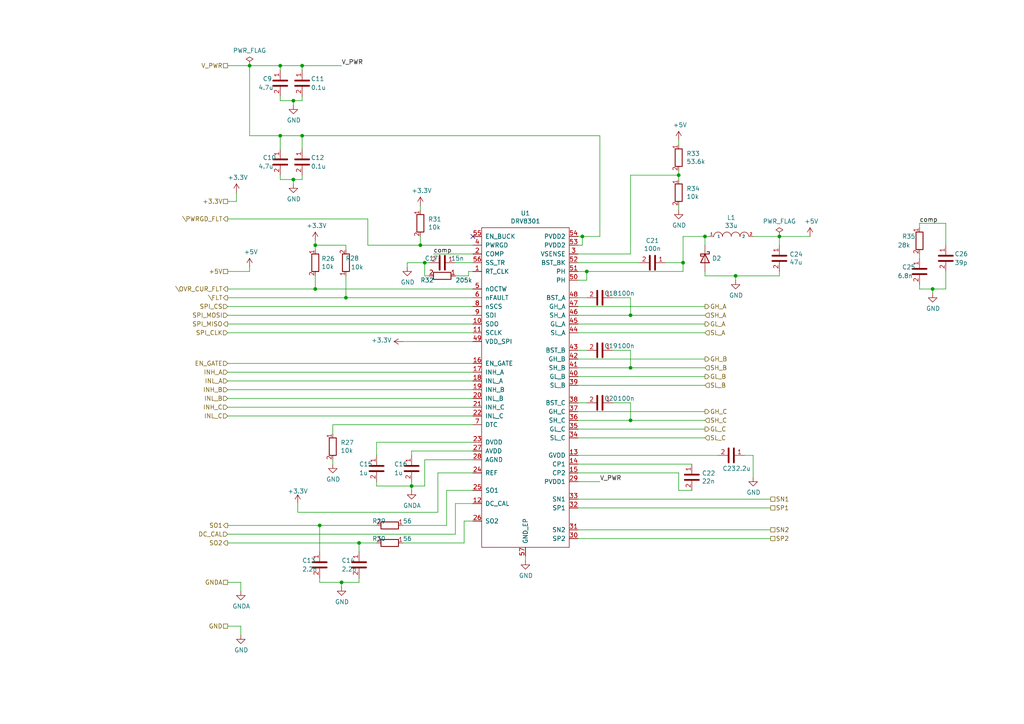
<source format=kicad_sch>
(kicad_sch (version 20211123) (generator eeschema)
  (paper "A4")
  (title_block (title "ESC Brushless - MOS drive stage") (date "2021-02-13") (rev "1.0"))
  (lib_symbols
    (symbol "p_Diode:MBRS260T3G" (pin_numbers hide) (pin_names (offset 0) hide)
      (property "Reference" "D" (at 0 0 0))
      (property "Value" "MBRS260T3G" (at 0 0 0))
      (symbol "MBRS260T3G_1_1"
        (polyline (pts (xy 1.27 0) (xy -1.27 0)))
        (polyline (pts (xy 1.27 1.27) (xy 1.27 -1.27) (xy -1.27 0) (xy 1.27 1.27)) (stroke (width 0.254)))
        (polyline (pts (xy -1.905 0.635) (xy -1.905 1.27) (xy -1.27 1.27) (xy -1.27 -1.27) (xy -0.635 -1.27) (xy -0.635 -0.635)) (stroke (width 0.254)))
        (pin passive line (at -3.81 0 0) (length 2.54) (name "K") (number "1"))
        (pin passive line (at 3.81 0 180) (length 2.54) (name "A") (number "2"))
      )
    )
    (symbol "p_Driver_IC:DRV8301" (pin_names (offset 1.016))
      (property "Reference" "U" (at -11.43 36.83 0))
      (property "Value" "DRV8301" (at 8.89 36.83 0))
      (symbol "DRV8301_0_1"
        (rectangle (start -12.7 35.56) (end 12.7 -57.15))
      )
      (symbol "DRV8301_1_1"
        (pin input line (at -15.24 22.86 0) (length 2.54) (name "RT_CLK") (number "1"))
        (pin output line (at -15.24 7.62 0) (length 2.54) (name "SDO") (number "10"))
        (pin input line (at -15.24 5.08 0) (length 2.54) (name "SCLK") (number "11"))
        (pin input line (at -15.24 -44.45 0) (length 2.54) (name "DC_CAL") (number "12"))
        (pin passive line (at 15.24 -30.48 180) (length 2.54) (name "GVDD") (number "13"))
        (pin passive line (at 15.24 -33.02 180) (length 2.54) (name "CP1") (number "14"))
        (pin passive line (at 15.24 -35.56 180) (length 2.54) (name "CP2") (number "15"))
        (pin input line (at -15.24 -3.81 0) (length 2.54) (name "EN_GATE") (number "16"))
        (pin input line (at -15.24 -6.35 0) (length 2.54) (name "INH_A") (number "17"))
        (pin input line (at -15.24 -8.89 0) (length 2.54) (name "INL_A") (number "18"))
        (pin input line (at -15.24 -11.43 0) (length 2.54) (name "INH_B") (number "19"))
        (pin output line (at -15.24 27.94 0) (length 2.54) (name "COMP") (number "2"))
        (pin input line (at -15.24 -13.97 0) (length 2.54) (name "INL_B") (number "20"))
        (pin input line (at -15.24 -16.51 0) (length 2.54) (name "INH_C") (number "21"))
        (pin input line (at -15.24 -19.05 0) (length 2.54) (name "INL_C") (number "22"))
        (pin power_out line (at -15.24 -26.67 0) (length 2.54) (name "DVDD") (number "23"))
        (pin input line (at -15.24 -35.56 0) (length 2.54) (name "REF") (number "24"))
        (pin output line (at -15.24 -40.64 0) (length 2.54) (name "SO1") (number "25"))
        (pin output line (at -15.24 -49.53 0) (length 2.54) (name "SO2") (number "26"))
        (pin passive line (at -15.24 -29.21 0) (length 2.54) (name "AVDD") (number "27"))
        (pin passive line (at -15.24 -31.75 0) (length 2.54) (name "AGND") (number "28"))
        (pin power_in line (at 15.24 -38.1 180) (length 2.54) (name "PVDD1") (number "29"))
        (pin input line (at 15.24 27.94 180) (length 2.54) (name "VSENSE") (number "3"))
        (pin input line (at 15.24 -54.61 180) (length 2.54) (name "SP2") (number "30"))
        (pin input line (at 15.24 -52.07 180) (length 2.54) (name "SN2") (number "31"))
        (pin input line (at 15.24 -45.72 180) (length 2.54) (name "SP1") (number "32"))
        (pin input line (at 15.24 -43.18 180) (length 2.54) (name "SN1") (number "33"))
        (pin input line (at 15.24 -25.4 180) (length 2.54) (name "SL_C") (number "34"))
        (pin output line (at 15.24 -22.86 180) (length 2.54) (name "GL_C") (number "35"))
        (pin input line (at 15.24 -20.32 180) (length 2.54) (name "SH_C") (number "36"))
        (pin output line (at 15.24 -17.78 180) (length 2.54) (name "GH_C") (number "37"))
        (pin passive line (at 15.24 -15.24 180) (length 2.54) (name "BST_C") (number "38"))
        (pin input line (at 15.24 -10.16 180) (length 2.54) (name "SL_B") (number "39"))
        (pin open_collector line (at -15.24 30.48 0) (length 2.54) (name "PWRGD") (number "4"))
        (pin output line (at 15.24 -7.62 180) (length 2.54) (name "GL_B") (number "40"))
        (pin input line (at 15.24 -5.08 180) (length 2.54) (name "SH_B") (number "41"))
        (pin output line (at 15.24 -2.54 180) (length 2.54) (name "GH_B") (number "42"))
        (pin passive line (at 15.24 0 180) (length 2.54) (name "BST_B") (number "43"))
        (pin input line (at 15.24 5.08 180) (length 2.54) (name "SL_A") (number "44"))
        (pin output line (at 15.24 7.62 180) (length 2.54) (name "GL_A") (number "45"))
        (pin input line (at 15.24 10.16 180) (length 2.54) (name "SH_A") (number "46"))
        (pin output line (at 15.24 12.7 180) (length 2.54) (name "GH_A") (number "47"))
        (pin passive line (at 15.24 15.24 180) (length 2.54) (name "BST_A") (number "48"))
        (pin input line (at -15.24 2.54 0) (length 2.54) (name "VDD_SPI") (number "49"))
        (pin output line (at -15.24 17.78 0) (length 2.54) (name "nOCTW") (number "5"))
        (pin passive line (at 15.24 20.32 180) (length 2.54) (name "PH") (number "50"))
        (pin passive line (at 15.24 22.86 180) (length 2.54) (name "PH") (number "51"))
        (pin passive line (at 15.24 25.4 180) (length 2.54) (name "BST_BK") (number "52"))
        (pin power_in line (at 15.24 30.48 180) (length 2.54) (name "PVDD2") (number "53"))
        (pin power_in line (at 15.24 33.02 180) (length 2.54) (name "PVDD2") (number "54"))
        (pin input line (at -15.24 33.02 0) (length 2.54) (name "EN_BUCK") (number "55"))
        (pin input line (at -15.24 25.4 0) (length 2.54) (name "SS_TR") (number "56"))
        (pin passive line (at 0 -59.69 90) (length 2.54) (name "GND_EP") (number "57"))
        (pin output line (at -15.24 15.24 0) (length 2.54) (name "nFAULT") (number "6"))
        (pin input line (at -15.24 -21.59 0) (length 2.54) (name "DTC") (number "7"))
        (pin input line (at -15.24 12.7 0) (length 2.54) (name "nSCS") (number "8"))
        (pin input line (at -15.24 10.16 0) (length 2.54) (name "SDI") (number "9"))
      )
    )
    (symbol "p_Passive:C_0603" (pin_names (offset 0) hide)
      (property "Reference" "C" (at 0 0 0))
      (property "Value" "C_0603" (at 0 0 0))
      (symbol "C_0603_1_1"
        (polyline (pts (xy -2.032 -0.762) (xy 2.032 -0.762)) (stroke (width 0.508)))
        (polyline (pts (xy -2.032 0.762) (xy 2.032 0.762)) (stroke (width 0.508)))
        (pin passive line (at 0 3.81 270) (length 2.794) (name "~") (number "1"))
        (pin passive line (at 0 -3.81 90) (length 2.794) (name "~") (number "2"))
      )
    )
    (symbol "p_Passive:C_1206" (pin_names (offset 0) hide)
      (property "Reference" "C" (at 0 0 0))
      (property "Value" "C_1206" (at 0 0 0))
      (symbol "C_1206_1_1"
        (polyline (pts (xy -2.032 -0.762) (xy 2.032 -0.762)) (stroke (width 0.508)))
        (polyline (pts (xy -2.032 0.762) (xy 2.032 0.762)) (stroke (width 0.508)))
        (pin passive line (at 0 3.81 270) (length 2.794) (name "~") (number "1"))
        (pin passive line (at 0 -3.81 90) (length 2.794) (name "~") (number "2"))
      )
    )
    (symbol "p_Passive:C_1210" (pin_names (offset 0) hide)
      (property "Reference" "C" (at 0 0 0))
      (property "Value" "C_1210" (at 0 0 0))
      (symbol "C_1210_1_1"
        (polyline (pts (xy -2.032 -0.762) (xy 2.032 -0.762)) (stroke (width 0.508)))
        (polyline (pts (xy -2.032 0.762) (xy 2.032 0.762)) (stroke (width 0.508)))
        (pin passive line (at 0 3.81 270) (length 2.794) (name "~") (number "1"))
        (pin passive line (at 0 -3.81 90) (length 2.794) (name "~") (number "2"))
      )
    )
    (symbol "p_Passive:L_SDR0805" (pin_names (offset 1.016))
      (property "Reference" "L" (at 0 0 0))
      (property "Value" "L_SDR0805" (at 0 0 0))
      (symbol "L_SDR0805_1_1"
        (arc (start -2.54 0) (mid -3.81 1.27) (end -5.08 0))
        (arc (start 0 0) (mid -1.27 1.27) (end -2.54 0))
        (arc (start 2.54 0) (mid 1.27 1.27) (end 0 0))
        (arc (start 5.08 0) (mid 3.81 1.27) (end 2.54 0))
        (pin input line (at -6.35 0 0) (length 1.27) (name "1") (number "1"))
        (pin input line (at 6.35 0 180) (length 1.27) (name "2") (number "2"))
      )
    )
    (symbol "p_Passive:R_0603" (pin_names (offset 0) hide)
      (property "Reference" "R" (at 0 0 0))
      (property "Value" "R_0603" (at 0 0 0))
      (symbol "R_0603_1_1"
        (rectangle (start -1.016 -2.54) (end 1.016 2.54) (stroke (width 0.254)))
        (pin passive line (at 0 3.81 270) (length 1.27) (name "~") (number "1"))
        (pin passive line (at 0 -3.81 90) (length 1.27) (name "~") (number "2"))
      )
    )
    (symbol "power:+3.3V" (power) (pin_names (offset 0))
      (property "Value" "+3.3V" (at 0 3.556 0))
      (symbol "+3.3V_0_1"
        (polyline (pts (xy -0.762 1.27) (xy 0 2.54)))
        (polyline (pts (xy 0 0) (xy 0 2.54)))
        (polyline (pts (xy 0 2.54) (xy 0.762 1.27)))
      )
      (symbol "+3.3V_1_1"
        (pin power_in line (at 0 0 90) (length 0) hide (name "+3.3V") (number "1"))
      )
    )
    (symbol "power:+5V" (power) (pin_names (offset 0))
      (property "Value" "+5V" (at 0 3.556 0))
      (symbol "+5V_0_1"
        (polyline (pts (xy -0.762 1.27) (xy 0 2.54)))
        (polyline (pts (xy 0 0) (xy 0 2.54)))
        (polyline (pts (xy 0 2.54) (xy 0.762 1.27)))
      )
      (symbol "+5V_1_1"
        (pin power_in line (at 0 0 90) (length 0) hide (name "+5V") (number "1"))
      )
    )
    (symbol "power:GND" (power) (pin_names (offset 0))
      (property "Value" "GND" (at 0 -3.81 0))
      (symbol "GND_0_1"
        (polyline (pts (xy 0 0) (xy 0 -1.27) (xy 1.27 -1.27) (xy 0 -2.54) (xy -1.27 -1.27) (xy 0 -1.27)))
      )
      (symbol "GND_1_1"
        (pin power_in line (at 0 0 270) (length 0) hide (name "GND") (number "1"))
      )
    )
    (symbol "power:GNDA" (power) (pin_names (offset 0))
      (property "Value" "GNDA" (at 0 -3.81 0))
      (symbol "GNDA_0_1"
        (polyline (pts (xy 0 0) (xy 0 -1.27) (xy 1.27 -1.27) (xy 0 -2.54) (xy -1.27 -1.27) (xy 0 -1.27)))
      )
      (symbol "GNDA_1_1"
        (pin power_in line (at 0 0 270) (length 0) hide (name "GNDA") (number "1"))
      )
    )
    (symbol "power:PWR_FLAG" (power) (pin_numbers hide) (pin_names (offset 0) hide)
      (property "Value" "PWR_FLAG" (at 0 3.81 0))
      (symbol "PWR_FLAG_0_0"
        (pin power_out line (at 0 0 90) (length 0) (name "pwr") (number "1"))
      )
      (symbol "PWR_FLAG_0_1"
        (polyline (pts (xy 0 0) (xy 0 1.27) (xy -1.016 1.905) (xy 0 2.54) (xy 1.016 1.905) (xy 0 1.27)))
      )
    )
  )
  (junction (at 198.12 76.2))
  (junction (at 119.38 140.97))
  (junction (at 104.14 157.48))
  (junction (at 168.91 68.58))
  (junction (at 85.09 52.07))
  (junction (at 81.28 19.05))
  (junction (at 204.47 68.58))
  (junction (at 92.71 152.4))
  (junction (at 123.19 76.2))
  (junction (at 226.06 68.58))
  (junction (at 182.88 91.44))
  (junction (at 213.36 80.01))
  (junction (at 270.51 83.82))
  (junction (at 196.85 50.8))
  (junction (at 85.09 29.21))
  (junction (at 182.88 106.68))
  (junction (at 91.44 83.82))
  (junction (at 91.44 71.12))
  (junction (at 170.18 78.74))
  (junction (at 87.63 39.37))
  (junction (at 100.33 86.36))
  (junction (at 72.39 19.05))
  (junction (at 182.88 121.92))
  (junction (at 121.92 71.12))
  (junction (at 87.63 19.05))
  (junction (at 99.06 168.91))
  (junction (at 81.28 39.37))
  (no_connect (at 137.16 68.58))
  (wire (pts (xy 182.88 50.8) (xy 196.85 50.8)))
  (wire (pts (xy 173.99 68.58) (xy 173.99 39.37)))
  (wire (pts (xy 168.91 68.58) (xy 167.64 68.58)))
  (wire (pts (xy 196.85 49.53) (xy 196.85 50.8)))
  (wire (pts (xy 109.22 140.97) (xy 119.38 140.97)))
  (wire (pts (xy 85.09 29.21) (xy 87.63 29.21)))
  (wire (pts (xy 68.58 55.88) (xy 68.58 58.42)))
  (wire (pts (xy 66.04 154.94) (xy 132.08 154.94)))
  (wire (pts (xy 182.88 116.84) (xy 182.88 121.92)))
  (wire (pts (xy 119.38 130.81) (xy 137.16 130.81)))
  (wire (pts (xy 91.44 71.12) (xy 91.44 72.39)))
  (wire (pts (xy 104.14 168.91) (xy 104.14 167.64)))
  (wire (pts (xy 123.19 76.2) (xy 123.19 80.01)))
  (wire (pts (xy 100.33 72.39) (xy 100.33 71.12)))
  (wire (pts (xy 204.47 127) (xy 167.64 127)))
  (wire (pts (xy 266.7 64.77) (xy 274.32 64.77)))
  (wire (pts (xy 123.19 140.97) (xy 119.38 140.97)))
  (wire (pts (xy 87.63 52.07) (xy 87.63 50.8)))
  (wire (pts (xy 92.71 152.4) (xy 109.22 152.4)))
  (wire (pts (xy 121.92 71.12) (xy 137.16 71.12)))
  (wire (pts (xy 81.28 29.21) (xy 85.09 29.21)))
  (wire (pts (xy 182.88 101.6) (xy 182.88 106.68)))
  (wire (pts (xy 204.47 111.76) (xy 167.64 111.76)))
  (wire (pts (xy 167.64 134.62) (xy 200.66 134.62)))
  (wire (pts (xy 87.63 39.37) (xy 173.99 39.37)))
  (wire (pts (xy 177.8 101.6) (xy 182.88 101.6)))
  (wire (pts (xy 132.08 146.05) (xy 132.08 154.94)))
  (wire (pts (xy 81.28 19.05) (xy 81.28 20.32)))
  (wire (pts (xy 204.47 119.38) (xy 167.64 119.38)))
  (wire (pts (xy 100.33 80.01) (xy 100.33 86.36)))
  (wire (pts (xy 152.4 161.29) (xy 152.4 162.56)))
  (wire (pts (xy 196.85 59.69) (xy 196.85 60.96)))
  (wire (pts (xy 213.36 81.28) (xy 213.36 80.01)))
  (wire (pts (xy 167.64 93.98) (xy 204.47 93.98)))
  (wire (pts (xy 170.18 81.28) (xy 167.64 81.28)))
  (wire (pts (xy 99.06 168.91) (xy 104.14 168.91)))
  (wire (pts (xy 129.54 142.24) (xy 129.54 152.4)))
  (wire (pts (xy 168.91 71.12) (xy 168.91 68.58)))
  (wire (pts (xy 204.47 91.44) (xy 182.88 91.44)))
  (wire (pts (xy 167.64 144.78) (xy 223.52 144.78)))
  (wire (pts (xy 182.88 50.8) (xy 182.88 73.66)))
  (wire (pts (xy 167.64 116.84) (xy 170.18 116.84)))
  (wire (pts (xy 168.91 68.58) (xy 173.99 68.58)))
  (wire (pts (xy 226.06 78.74) (xy 226.06 80.01)))
  (wire (pts (xy 196.85 142.24) (xy 196.85 137.16)))
  (wire (pts (xy 177.8 116.84) (xy 182.88 116.84)))
  (wire (pts (xy 106.68 71.12) (xy 121.92 71.12)))
  (wire (pts (xy 92.71 152.4) (xy 66.04 152.4)))
  (wire (pts (xy 182.88 121.92) (xy 167.64 121.92)))
  (wire (pts (xy 119.38 140.97) (xy 119.38 139.7)))
  (wire (pts (xy 137.16 115.57) (xy 66.04 115.57)))
  (wire (pts (xy 69.85 181.61) (xy 69.85 184.15)))
  (wire (pts (xy 274.32 78.74) (xy 274.32 83.82)))
  (wire (pts (xy 170.18 78.74) (xy 198.12 78.74)))
  (wire (pts (xy 92.71 167.64) (xy 92.71 168.91)))
  (wire (pts (xy 213.36 80.01) (xy 226.06 80.01)))
  (wire (pts (xy 167.64 109.22) (xy 204.47 109.22)))
  (wire (pts (xy 167.64 153.67) (xy 223.52 153.67)))
  (wire (pts (xy 121.92 60.96) (xy 121.92 59.69)))
  (wire (pts (xy 204.47 121.92) (xy 182.88 121.92)))
  (wire (pts (xy 137.16 137.16) (xy 127 137.16)))
  (wire (pts (xy 167.64 124.46) (xy 204.47 124.46)))
  (wire (pts (xy 81.28 27.94) (xy 81.28 29.21)))
  (wire (pts (xy 266.7 66.04) (xy 266.7 64.77)))
  (wire (pts (xy 66.04 78.74) (xy 72.39 78.74)))
  (wire (pts (xy 92.71 168.91) (xy 99.06 168.91)))
  (wire (pts (xy 66.04 93.98) (xy 137.16 93.98)))
  (wire (pts (xy 127 137.16) (xy 127 148.59)))
  (wire (pts (xy 109.22 139.7) (xy 109.22 140.97)))
  (wire (pts (xy 167.64 137.16) (xy 196.85 137.16)))
  (wire (pts (xy 104.14 157.48) (xy 109.22 157.48)))
  (wire (pts (xy 137.16 120.65) (xy 66.04 120.65)))
  (wire (pts (xy 87.63 19.05) (xy 99.06 19.05)))
  (wire (pts (xy 167.64 86.36) (xy 170.18 86.36)))
  (wire (pts (xy 208.28 132.08) (xy 167.64 132.08)))
  (wire (pts (xy 81.28 39.37) (xy 87.63 39.37)))
  (wire (pts (xy 85.09 52.07) (xy 87.63 52.07)))
  (wire (pts (xy 66.04 19.05) (xy 72.39 19.05)))
  (wire (pts (xy 198.12 68.58) (xy 204.47 68.58)))
  (wire (pts (xy 87.63 20.32) (xy 87.63 19.05)))
  (wire (pts (xy 66.04 96.52) (xy 137.16 96.52)))
  (wire (pts (xy 66.04 168.91) (xy 69.85 168.91)))
  (wire (pts (xy 66.04 63.5) (xy 106.68 63.5)))
  (wire (pts (xy 223.52 156.21) (xy 167.64 156.21)))
  (wire (pts (xy 137.16 142.24) (xy 129.54 142.24)))
  (wire (pts (xy 204.47 68.58) (xy 204.47 71.12)))
  (wire (pts (xy 85.09 30.48) (xy 85.09 29.21)))
  (wire (pts (xy 116.84 157.48) (xy 134.62 157.48)))
  (wire (pts (xy 119.38 130.81) (xy 119.38 132.08)))
  (wire (pts (xy 196.85 41.91) (xy 196.85 40.64)))
  (wire (pts (xy 96.52 133.35) (xy 96.52 134.62)))
  (wire (pts (xy 123.19 133.35) (xy 123.19 140.97)))
  (wire (pts (xy 134.62 151.13) (xy 134.62 157.48)))
  (wire (pts (xy 106.68 63.5) (xy 106.68 71.12)))
  (wire (pts (xy 182.88 91.44) (xy 167.64 91.44)))
  (wire (pts (xy 132.08 80.01) (xy 135.89 80.01)))
  (wire (pts (xy 200.66 142.24) (xy 196.85 142.24)))
  (wire (pts (xy 68.58 58.42) (xy 66.04 58.42)))
  (wire (pts (xy 167.64 76.2) (xy 185.42 76.2)))
  (wire (pts (xy 204.47 80.01) (xy 213.36 80.01)))
  (wire (pts (xy 69.85 168.91) (xy 69.85 171.45)))
  (wire (pts (xy 177.8 86.36) (xy 182.88 86.36)))
  (wire (pts (xy 137.16 110.49) (xy 66.04 110.49)))
  (wire (pts (xy 137.16 73.66) (xy 125.73 73.66)))
  (wire (pts (xy 226.06 68.58) (xy 234.95 68.58)))
  (wire (pts (xy 119.38 142.24) (xy 119.38 140.97)))
  (wire (pts (xy 123.19 133.35) (xy 137.16 133.35)))
  (wire (pts (xy 226.06 68.58) (xy 226.06 71.12)))
  (wire (pts (xy 135.89 78.74) (xy 137.16 78.74)))
  (wire (pts (xy 118.11 77.47) (xy 118.11 76.2)))
  (wire (pts (xy 182.88 86.36) (xy 182.88 91.44)))
  (wire (pts (xy 137.16 99.06) (xy 116.84 99.06)))
  (wire (pts (xy 266.7 73.66) (xy 266.7 74.93)))
  (wire (pts (xy 72.39 19.05) (xy 81.28 19.05)))
  (wire (pts (xy 86.36 148.59) (xy 127 148.59)))
  (wire (pts (xy 167.64 139.7) (xy 173.99 139.7)))
  (wire (pts (xy 137.16 83.82) (xy 91.44 83.82)))
  (wire (pts (xy 92.71 160.02) (xy 92.71 152.4)))
  (wire (pts (xy 124.46 76.2) (xy 123.19 76.2)))
  (wire (pts (xy 66.04 113.03) (xy 137.16 113.03)))
  (wire (pts (xy 182.88 73.66) (xy 167.64 73.66)))
  (wire (pts (xy 81.28 50.8) (xy 81.28 52.07)))
  (wire (pts (xy 66.04 181.61) (xy 69.85 181.61)))
  (wire (pts (xy 204.47 88.9) (xy 167.64 88.9)))
  (wire (pts (xy 109.22 128.27) (xy 137.16 128.27)))
  (wire (pts (xy 66.04 118.11) (xy 137.16 118.11)))
  (wire (pts (xy 137.16 86.36) (xy 100.33 86.36)))
  (wire (pts (xy 198.12 76.2) (xy 198.12 68.58)))
  (wire (pts (xy 204.47 96.52) (xy 167.64 96.52)))
  (wire (pts (xy 167.64 101.6) (xy 170.18 101.6)))
  (wire (pts (xy 87.63 29.21) (xy 87.63 27.94)))
  (wire (pts (xy 96.52 123.19) (xy 137.16 123.19)))
  (wire (pts (xy 204.47 78.74) (xy 204.47 80.01)))
  (wire (pts (xy 99.06 170.18) (xy 99.06 168.91)))
  (wire (pts (xy 66.04 88.9) (xy 137.16 88.9)))
  (wire (pts (xy 104.14 160.02) (xy 104.14 157.48)))
  (wire (pts (xy 72.39 39.37) (xy 72.39 19.05)))
  (wire (pts (xy 72.39 77.47) (xy 72.39 78.74)))
  (wire (pts (xy 87.63 39.37) (xy 87.63 43.18)))
  (wire (pts (xy 196.85 52.07) (xy 196.85 50.8)))
  (wire (pts (xy 167.64 78.74) (xy 170.18 78.74)))
  (wire (pts (xy 121.92 71.12) (xy 121.92 68.58)))
  (wire (pts (xy 123.19 80.01) (xy 124.46 80.01)))
  (wire (pts (xy 91.44 80.01) (xy 91.44 83.82)))
  (wire (pts (xy 137.16 146.05) (xy 132.08 146.05)))
  (wire (pts (xy 274.32 64.77) (xy 274.32 71.12)))
  (wire (pts (xy 66.04 86.36) (xy 100.33 86.36)))
  (wire (pts (xy 66.04 91.44) (xy 137.16 91.44)))
  (wire (pts (xy 85.09 53.34) (xy 85.09 52.07)))
  (wire (pts (xy 118.11 76.2) (xy 123.19 76.2)))
  (wire (pts (xy 223.52 147.32) (xy 167.64 147.32)))
  (wire (pts (xy 72.39 39.37) (xy 81.28 39.37)))
  (wire (pts (xy 96.52 123.19) (xy 96.52 125.73)))
  (wire (pts (xy 66.04 83.82) (xy 91.44 83.82)))
  (wire (pts (xy 137.16 151.13) (xy 134.62 151.13)))
  (wire (pts (xy 81.28 39.37) (xy 81.28 43.18)))
  (wire (pts (xy 204.47 104.14) (xy 167.64 104.14)))
  (wire (pts (xy 81.28 52.07) (xy 85.09 52.07)))
  (wire (pts (xy 66.04 107.95) (xy 137.16 107.95)))
  (wire (pts (xy 266.7 83.82) (xy 270.51 83.82)))
  (wire (pts (xy 218.44 132.08) (xy 218.44 138.43)))
  (wire (pts (xy 205.74 68.58) (xy 204.47 68.58)))
  (wire (pts (xy 167.64 71.12) (xy 168.91 71.12)))
  (wire (pts (xy 132.08 76.2) (xy 137.16 76.2)))
  (wire (pts (xy 91.44 69.85) (xy 91.44 71.12)))
  (wire (pts (xy 66.04 105.41) (xy 137.16 105.41)))
  (wire (pts (xy 204.47 106.68) (xy 182.88 106.68)))
  (wire (pts (xy 100.33 71.12) (xy 91.44 71.12)))
  (wire (pts (xy 270.51 83.82) (xy 274.32 83.82)))
  (wire (pts (xy 270.51 85.09) (xy 270.51 83.82)))
  (wire (pts (xy 193.04 76.2) (xy 198.12 76.2)))
  (wire (pts (xy 86.36 146.05) (xy 86.36 148.59)))
  (wire (pts (xy 109.22 128.27) (xy 109.22 132.08)))
  (wire (pts (xy 215.9 132.08) (xy 218.44 132.08)))
  (wire (pts (xy 135.89 80.01) (xy 135.89 78.74)))
  (wire (pts (xy 66.04 157.48) (xy 104.14 157.48)))
  (wire (pts (xy 266.7 82.55) (xy 266.7 83.82)))
  (wire (pts (xy 218.44 68.58) (xy 226.06 68.58)))
  (wire (pts (xy 129.54 152.4) (xy 116.84 152.4)))
  (wire (pts (xy 198.12 78.74) (xy 198.12 76.2)))
  (wire (pts (xy 87.63 19.05) (xy 81.28 19.05)))
  (wire (pts (xy 182.88 106.68) (xy 167.64 106.68)))
  (wire (pts (xy 170.18 78.74) (xy 170.18 81.28)))
  (label "V_PWR" (at 99.06 19.05 0))
  (label "V_PWR" (at 173.99 139.7 0))
  (label "comp" (at 266.7 64.77 0))
  (label "comp" (at 125.73 73.66 0))
  (hierarchical_label "SPI_CS" (shape input) (at 66.04 88.9 180))
  (hierarchical_label "SH_A" (shape input) (at 204.47 91.44 0))
  (hierarchical_label "GH_C" (shape output) (at 204.47 119.38 0))
  (hierarchical_label "SPI_MISO" (shape output) (at 66.04 93.98 180))
  (hierarchical_label "INH_A" (shape input) (at 66.04 107.95 180))
  (hierarchical_label "SH_C" (shape input) (at 204.47 121.92 0))
  (hierarchical_label "EN_GATE" (shape input) (at 66.04 105.41 180))
  (hierarchical_label "SPI_MOSI" (shape input) (at 66.04 91.44 180))
  (hierarchical_label "INL_C" (shape input) (at 66.04 120.65 180))
  (hierarchical_label "GH_B" (shape output) (at 204.47 104.14 0))
  (hierarchical_label "SH_B" (shape input) (at 204.47 106.68 0))
  (hierarchical_label "GNDA" (shape passive) (at 66.04 168.91 180))
  (hierarchical_label "SL_A" (shape input) (at 204.47 96.52 0))
  (hierarchical_label "GND" (shape passive) (at 66.04 181.61 180))
  (hierarchical_label "V_PWR" (shape passive) (at 66.04 19.05 180))
  (hierarchical_label "\\FLT" (shape output) (at 66.04 86.36 180))
  (hierarchical_label "GL_A" (shape output) (at 204.47 93.98 0))
  (hierarchical_label "\\OVR_CUR_FLT" (shape output) (at 66.04 83.82 180))
  (hierarchical_label "INL_B" (shape input) (at 66.04 115.57 180))
  (hierarchical_label "DC_CAL" (shape input) (at 66.04 154.94 180))
  (hierarchical_label "GH_A" (shape output) (at 204.47 88.9 0))
  (hierarchical_label "SN2" (shape passive) (at 223.52 153.67 0))
  (hierarchical_label "+3.3V" (shape passive) (at 66.04 58.42 180))
  (hierarchical_label "+5V" (shape passive) (at 66.04 78.74 180))
  (hierarchical_label "SP1" (shape passive) (at 223.52 147.32 0))
  (hierarchical_label "\\PWRGD_FLT" (shape output) (at 66.04 63.5 180))
  (hierarchical_label "SPI_CLK" (shape input) (at 66.04 96.52 180))
  (hierarchical_label "SL_C" (shape input) (at 204.47 127 0))
  (hierarchical_label "SO2" (shape output) (at 66.04 157.48 180))
  (hierarchical_label "SN1" (shape passive) (at 223.52 144.78 0))
  (hierarchical_label "INL_A" (shape input) (at 66.04 110.49 180))
  (hierarchical_label "SL_B" (shape input) (at 204.47 111.76 0))
  (hierarchical_label "INH_B" (shape input) (at 66.04 113.03 180))
  (hierarchical_label "SP2" (shape passive) (at 223.52 156.21 0))
  (hierarchical_label "GL_C" (shape output) (at 204.47 124.46 0))
  (hierarchical_label "SO1" (shape output) (at 66.04 152.4 180))
  (hierarchical_label "INH_C" (shape input) (at 66.04 118.11 180))
  (hierarchical_label "GL_B" (shape output) (at 204.47 109.22 0))
  (symbol (lib_id "p_Passive:R_0603") (at 91.44 76.2 0) (mirror y) (unit 1)
    (property "Reference" "R26" (at 93.218 75.0316 0) (effects (justify right)))
    (property "Value" "10k" (at 93.218 77.343 0) (effects (justify right)))
    (property "Footprint" "p_Package_Resistor_SMD:R_0603_1608Metric_Pad0.98x0.95mm_HandSolder" (effects hide))
  )
  (symbol (lib_id "p_Passive:R_0603") (at 128.27 80.01 270) (unit 1)
    (property "Reference" "R32" (at 121.92 81.28 90) (effects (justify left)))
    (property "Value" "205k" (at 132.08 81.28 90) (effects (justify left)))
    (property "Footprint" "p_Package_Resistor_SMD:R_0603_1608Metric_Pad0.98x0.95mm_HandSolder" (effects hide))
  )
  (symbol (lib_id "p_Passive:R_0603") (at 96.52 129.54 0) (unit 1)
    (property "Reference" "R27" (at 98.7552 128.3716 0) (effects (justify left)))
    (property "Value" "10k" (at 98.7552 130.683 0) (effects (justify left)))
    (property "Footprint" "p_Package_Resistor_SMD:R_0603_1608Metric_Pad0.98x0.95mm_HandSolder" (effects hide))
  )
  (symbol (lib_id "power:GND") (at 152.4 162.56 0) (unit 1)
    (property "Reference" "#PWR037" (effects hide))
    (property "Value" "GND" (at 152.527 166.9542 0))
  )
  (symbol (lib_id "power:GND") (at 96.52 134.62 0) (unit 1)
    (property "Reference" "#PWR033" (effects hide))
    (property "Value" "GND" (at 96.647 139.0142 0))
  )
  (symbol (lib_id "p_Passive:C_0603") (at 109.22 135.89 0) (unit 1)
    (property "Reference" "C15" (at 104.14 134.62 0) (effects (justify left)))
    (property "Value" "1u" (at 104.14 137.16 0) (effects (justify left)))
    (property "Footprint" "p_Package_Capacitor_SMD:C_0603_1608Metric_Pad1.08x0.95mm_HandSolder" (effects hide))
    (property "Voltage" "10V" (effects hide))
    (property "Package" "0603" (effects hide))
  )
  (symbol (lib_id "power:GND") (at 218.44 138.43 0) (unit 1)
    (property "Reference" "#PWR040" (effects hide))
    (property "Value" "GND" (at 218.567 142.8242 0))
  )
  (symbol (lib_id "p_Passive:C_0603") (at 200.66 138.43 0) (unit 1)
    (property "Reference" "C22" (at 203.581 137.2616 0) (effects (justify left)))
    (property "Value" "22n" (at 203.581 139.573 0) (effects (justify left)))
    (property "Footprint" "p_Package_Capacitor_SMD:C_0603_1608Metric_Pad1.08x0.95mm_HandSolder" (effects hide))
    (property "Voltage" "16V" (effects hide))
    (property "Package" "0603" (effects hide))
  )
  (symbol (lib_id "power:GND") (at 85.09 53.34 0) (unit 1)
    (property "Reference" "#PWR032" (effects hide))
    (property "Value" "GND" (at 85.217 57.7342 0))
  )
  (symbol (lib_id "power:GNDA") (at 119.38 142.24 0) (unit 1)
    (property "Reference" "#PWR036" (effects hide))
    (property "Value" "GNDA" (at 119.507 146.6342 0))
  )
  (symbol (lib_id "p_Passive:C_0603") (at 119.38 135.89 0) (unit 1)
    (property "Reference" "C16" (at 114.3 134.62 0) (effects (justify left)))
    (property "Value" "1u" (at 114.3 137.16 0) (effects (justify left)))
    (property "Footprint" "p_Package_Capacitor_SMD:C_0603_1608Metric_Pad1.08x0.95mm_HandSolder" (effects hide))
    (property "Voltage" "10V" (effects hide))
    (property "Package" "0603" (effects hide))
  )
  (symbol (lib_id "p_Passive:C_0603") (at 212.09 132.08 270) (unit 1)
    (property "Reference" "C23" (at 209.55 135.89 90) (effects (justify left)))
    (property "Value" "2.2u" (at 213.36 135.89 90) (effects (justify left)))
    (property "Footprint" "p_Package_Capacitor_SMD:C_0603_1608Metric_Pad1.08x0.95mm_HandSolder" (effects hide))
    (property "Voltage" "16V" (effects hide))
    (property "Package" "0603" (effects hide))
  )
  (symbol (lib_id "p_Passive:C_0603") (at 87.63 46.99 0) (unit 1)
    (property "Reference" "C12" (at 90.17 45.72 0) (effects (justify left)))
    (property "Value" "0.1u" (at 90.17 48.26 0) (effects (justify left)))
    (property "Footprint" "p_Package_Capacitor_SMD:C_0603_1608Metric_Pad1.08x0.95mm_HandSolder" (effects hide))
    (property "Voltage" "16V" (effects hide))
    (property "Package" "0603" (effects hide))
  )
  (symbol (lib_id "p_Passive:C_1210") (at 81.28 46.99 0) (unit 1)
    (property "Reference" "C10" (at 76.2 45.72 0) (effects (justify left)))
    (property "Value" "4.7u" (at 74.93 48.26 0) (effects (justify left)))
    (property "Footprint" "p_Package_Capacitor_SMD:C_1210_3225Metric_Pad1.33x2.70mm_HandSolder" (effects hide))
    (property "Voltage" "16V" (effects hide))
  )
  (symbol (lib_id "p_Passive:C_0603") (at 173.99 101.6 270) (unit 1)
    (property "Reference" "C19" (at 175.26 100.33 90) (effects (justify left)))
    (property "Value" "100n" (at 179.07 100.33 90) (effects (justify left)))
    (property "Footprint" "p_Package_Capacitor_SMD:C_0603_1608Metric_Pad1.08x0.95mm_HandSolder" (effects hide))
    (property "Voltage" "16V" (effects hide))
    (property "Package" "0603" (effects hide))
  )
  (symbol (lib_id "p_Passive:C_0603") (at 173.99 86.36 270) (unit 1)
    (property "Reference" "C18" (at 175.26 85.09 90) (effects (justify left)))
    (property "Value" "100n" (at 179.07 85.09 90) (effects (justify left)))
    (property "Footprint" "p_Package_Capacitor_SMD:C_0603_1608Metric_Pad1.08x0.95mm_HandSolder" (effects hide))
    (property "Voltage" "16V" (effects hide))
    (property "Package" "0603" (effects hide))
  )
  (symbol (lib_id "p_Passive:C_0603") (at 173.99 116.84 270) (unit 1)
    (property "Reference" "C20" (at 175.26 115.57 90) (effects (justify left)))
    (property "Value" "100n" (at 179.07 115.57 90) (effects (justify left)))
    (property "Footprint" "p_Package_Capacitor_SMD:C_0603_1608Metric_Pad1.08x0.95mm_HandSolder" (effects hide))
    (property "Voltage" "16V" (effects hide))
    (property "Package" "0603" (effects hide))
  )
  (symbol (lib_id "p_Passive:R_0603") (at 121.92 64.77 0) (unit 1)
    (property "Reference" "R31" (at 124.1552 63.6016 0) (effects (justify left)))
    (property "Value" "10k" (at 124.1552 65.913 0) (effects (justify left)))
    (property "Footprint" "p_Package_Resistor_SMD:R_0603_1608Metric_Pad0.98x0.95mm_HandSolder" (effects hide))
  )
  (symbol (lib_id "p_Diode:MBRS260T3G") (at 204.47 74.93 270) (unit 1)
    (property "Reference" "D2" (at 206.502 74.93 90) (effects (justify left)))
    (property "Value" "MBRS260T3G" (effects hide))
    (property "Footprint" "p_Package_Diode_SMD:D_SMB_Handsoldering" (effects hide))
  )
  (symbol (lib_id "p_Passive:C_1210") (at 81.28 24.13 0) (unit 1)
    (property "Reference" "C9" (at 76.2 22.86 0) (effects (justify left)))
    (property "Value" "4.7u" (at 74.93 25.4 0) (effects (justify left)))
    (property "Footprint" "p_Package_Capacitor_SMD:C_1210_3225Metric_Pad1.33x2.70mm_HandSolder" (effects hide))
    (property "Voltage" "16V" (effects hide))
  )
  (symbol (lib_id "p_Passive:C_0603") (at 87.63 24.13 0) (unit 1)
    (property "Reference" "C11" (at 90.17 22.86 0) (effects (justify left)))
    (property "Value" "0.1u" (at 90.17 25.4 0) (effects (justify left)))
    (property "Footprint" "p_Package_Capacitor_SMD:C_0603_1608Metric_Pad1.08x0.95mm_HandSolder" (effects hide))
    (property "Voltage" "16V" (effects hide))
    (property "Package" "0603" (effects hide))
  )
  (symbol (lib_id "power:GND") (at 213.36 81.28 0) (unit 1)
    (property "Reference" "#PWR039" (effects hide))
    (property "Value" "GND" (at 213.487 85.6742 0))
  )
  (symbol (lib_id "power:GND") (at 85.09 30.48 0) (unit 1)
    (property "Reference" "#PWR031" (effects hide))
    (property "Value" "GND" (at 85.217 34.8742 0))
  )
  (symbol (lib_id "p_Passive:C_1206") (at 226.06 74.93 0) (unit 1)
    (property "Reference" "C24" (at 228.981 73.7616 0) (effects (justify left)))
    (property "Value" "47u" (at 228.981 76.073 0) (effects (justify left)))
    (property "Footprint" "p_Package_Capacitor_SMD:C_1206_3216Metric_Pad1.33x1.80mm_HandSolder" (effects hide))
  )
  (symbol (lib_id "p_Passive:L_SDR0805") (at 212.09 68.58 0) (unit 1)
    (property "Reference" "L1" (at 212.09 63.119 0))
    (property "Value" "33u" (at 212.09 65.4304 0))
    (property "Footprint" "p_Package_Inductor_SMD:SDR0805" (effects hide))
  )
  (symbol (lib_id "p_Passive:C_0603") (at 266.7 78.74 0) (unit 1)
    (property "Reference" "C25" (at 261.62 77.47 0) (effects (justify left)))
    (property "Value" "6.8n" (at 260.35 80.01 0) (effects (justify left)))
    (property "Footprint" "p_Package_Capacitor_SMD:C_0603_1608Metric_Pad1.08x0.95mm_HandSolder" (effects hide))
    (property "Voltage" "16V" (effects hide))
    (property "Package" "0603" (effects hide))
  )
  (symbol (lib_id "p_Passive:R_0603") (at 266.7 69.85 0) (unit 1)
    (property "Reference" "R35" (at 261.62 68.58 0) (effects (justify left)))
    (property "Value" "28k" (at 260.35 71.12 0) (effects (justify left)))
    (property "Footprint" "p_Package_Resistor_SMD:R_0603_1608Metric_Pad0.98x0.95mm_HandSolder" (effects hide))
  )
  (symbol (lib_id "p_Passive:C_0603") (at 274.32 74.93 0) (unit 1)
    (property "Reference" "C26" (at 276.86 73.66 0) (effects (justify left)))
    (property "Value" "39p" (at 276.86 76.2 0) (effects (justify left)))
    (property "Footprint" "p_Package_Capacitor_SMD:C_0603_1608Metric_Pad1.08x0.95mm_HandSolder" (effects hide))
    (property "Voltage" "16V" (effects hide))
    (property "Package" "0603" (effects hide))
  )
  (symbol (lib_id "power:GND") (at 270.51 85.09 0) (unit 1)
    (property "Reference" "#PWR041" (effects hide))
    (property "Value" "GND" (at 270.637 89.4842 0))
  )
  (symbol (lib_id "p_Passive:C_0603") (at 128.27 76.2 270) (unit 1)
    (property "Reference" "C17" (at 123.19 74.93 90) (effects (justify left)))
    (property "Value" "15n" (at 130.81 74.93 90) (effects (justify left)))
    (property "Footprint" "p_Package_Capacitor_SMD:C_0603_1608Metric_Pad1.08x0.95mm_HandSolder" (effects hide))
    (property "Voltage" "16V" (effects hide))
    (property "Package" "0603" (effects hide))
  )
  (symbol (lib_id "p_Passive:R_0603") (at 100.33 76.2 180) (unit 1)
    (property "Reference" "R28" (at 104.14 74.93 0) (effects (justify left)))
    (property "Value" "10k" (at 105.41 77.47 0) (effects (justify left)))
    (property "Footprint" "p_Package_Resistor_SMD:R_0603_1608Metric_Pad0.98x0.95mm_HandSolder" (effects hide))
  )
  (symbol (lib_id "power:GND") (at 118.11 77.47 0) (unit 1)
    (property "Reference" "#PWR035" (effects hide))
    (property "Value" "GND" (at 118.237 81.8642 0))
  )
  (symbol (lib_id "p_Passive:C_0603") (at 189.23 76.2 270) (unit 1)
    (property "Reference" "C21" (at 189.23 69.7992 90))
    (property "Value" "100n" (at 189.23 72.1106 90))
    (property "Footprint" "p_Package_Capacitor_SMD:C_0603_1608Metric_Pad1.08x0.95mm_HandSolder" (effects hide))
  )
  (symbol (lib_id "p_Passive:R_0603") (at 196.85 45.72 0) (unit 1)
    (property "Reference" "R33" (at 199.0852 44.5516 0) (effects (justify left)))
    (property "Value" "53.6k" (at 199.0852 46.863 0) (effects (justify left)))
    (property "Footprint" "p_Package_Resistor_SMD:R_0603_1608Metric_Pad0.98x0.95mm_HandSolder" (effects hide))
  )
  (symbol (lib_id "p_Passive:R_0603") (at 196.85 55.88 0) (unit 1)
    (property "Reference" "R34" (at 199.0852 54.7116 0) (effects (justify left)))
    (property "Value" "10k" (at 199.0852 57.023 0) (effects (justify left)))
    (property "Footprint" "p_Package_Resistor_SMD:R_0603_1608Metric_Pad0.98x0.95mm_HandSolder" (effects hide))
  )
  (symbol (lib_id "power:GND") (at 196.85 60.96 0) (unit 1)
    (property "Reference" "#PWR038" (effects hide))
    (property "Value" "GND" (at 196.977 65.3542 0))
  )
  (symbol (lib_id "p_Passive:R_0603") (at 113.03 152.4 270) (unit 1)
    (property "Reference" "R29" (at 107.95 151.13 90) (effects (justify left)))
    (property "Value" "56" (at 116.84 151.13 90) (effects (justify left)))
    (property "Footprint" "p_Package_Resistor_SMD:R_0603_1608Metric_Pad0.98x0.95mm_HandSolder" (effects hide))
  )
  (symbol (lib_id "p_Passive:R_0603") (at 113.03 157.48 270) (unit 1)
    (property "Reference" "R30" (at 107.95 156.21 90) (effects (justify left)))
    (property "Value" "56" (at 116.84 156.21 90) (effects (justify left)))
    (property "Footprint" "p_Package_Resistor_SMD:R_0603_1608Metric_Pad0.98x0.95mm_HandSolder" (effects hide))
  )
  (symbol (lib_id "p_Passive:C_0603") (at 104.14 163.83 0) (unit 1)
    (property "Reference" "C14" (at 99.06 162.56 0) (effects (justify left)))
    (property "Value" "2.2n" (at 99.06 165.1 0) (effects (justify left)))
    (property "Footprint" "p_Package_Capacitor_SMD:C_0603_1608Metric_Pad1.08x0.95mm_HandSolder" (effects hide))
    (property "Voltage" "10V" (effects hide))
    (property "Package" "0603" (effects hide))
  )
  (symbol (lib_id "p_Passive:C_0603") (at 92.71 163.83 0) (unit 1)
    (property "Reference" "C13" (at 87.63 162.56 0) (effects (justify left)))
    (property "Value" "2.2n" (at 87.63 165.1 0) (effects (justify left)))
    (property "Footprint" "p_Package_Capacitor_SMD:C_0603_1608Metric_Pad1.08x0.95mm_HandSolder" (effects hide))
    (property "Voltage" "10V" (effects hide))
    (property "Package" "0603" (effects hide))
  )
  (symbol (lib_id "power:GND") (at 99.06 170.18 0) (unit 1)
    (property "Reference" "#PWR034" (effects hide))
    (property "Value" "GND" (at 99.187 174.5742 0))
  )
  (symbol (lib_id "power:GNDA") (at 69.85 171.45 0) (unit 1)
    (property "Reference" "#PWR029" (effects hide))
    (property "Value" "GNDA" (at 69.977 175.8442 0))
  )
  (symbol (lib_id "power:GND") (at 69.85 184.15 0) (unit 1)
    (property "Reference" "#PWR030" (effects hide))
    (property "Value" "GND" (at 69.977 188.5442 0))
  )
  (symbol (lib_id "power:+5V") (at 196.85 40.64 0) (unit 1)
    (property "Reference" "#PWR0104" (effects hide))
    (property "Value" "+5V" (at 197.231 36.2458 0))
  )
  (symbol (lib_id "power:+5V") (at 234.95 68.58 0) (unit 1)
    (property "Reference" "#PWR0105" (effects hide))
    (property "Value" "+5V" (at 235.331 64.1858 0))
  )
  (symbol (lib_id "power:+5V") (at 72.39 77.47 0) (unit 1)
    (property "Reference" "#PWR0106" (effects hide))
    (property "Value" "+5V" (at 72.771 73.0758 0))
  )
  (symbol (lib_id "power:PWR_FLAG") (at 72.39 19.05 0) (unit 1)
    (property "Reference" "#FLG0103" (effects hide))
    (property "Value" "PWR_FLAG" (at 72.39 14.6558 0))
  )
  (symbol (lib_id "power:PWR_FLAG") (at 226.06 68.58 0) (unit 1)
    (property "Reference" "#FLG0101" (effects hide))
    (property "Value" "PWR_FLAG" (at 226.06 64.1858 0))
  )
  (symbol (lib_id "p_Driver_IC:DRV8301") (at 152.4 101.6 0) (unit 1)
    (property "Reference" "U1" (at 152.4 61.849 0))
    (property "Value" "DRV8301" (at 152.4 64.1604 0))
    (property "Footprint" "p_Package_SO:HTSSOP-56-1EP_6.1x14mm_P0.5mm_EP3.61x6.35mm.kicad_mod" (effects hide))
  )
  (symbol (lib_id "power:+3.3V") (at 68.58 55.88 0) (unit 1)
    (property "Reference" "#PWR0114" (effects hide))
    (property "Value" "+3.3V" (at 68.961 51.4858 0))
  )
  (symbol (lib_id "power:+3.3V") (at 121.92 59.69 0) (unit 1)
    (property "Reference" "#PWR0115" (effects hide))
    (property "Value" "+3.3V" (at 122.301 55.2958 0))
  )
  (symbol (lib_id "power:+3.3V") (at 91.44 69.85 0) (unit 1)
    (property "Reference" "#PWR0116" (effects hide))
    (property "Value" "+3.3V" (at 91.821 65.4558 0))
  )
  (symbol (lib_id "power:+3.3V") (at 116.84 99.06 90) (unit 1)
    (property "Reference" "#PWR0117" (effects hide))
    (property "Value" "+3.3V" (at 113.5888 98.679 90) (effects (justify left)))
  )
  (symbol (lib_id "power:+3.3V") (at 86.36 146.05 0) (unit 1)
    (property "Reference" "#PWR0113" (effects hide))
    (property "Value" "+3.3V" (at 86.36 142.4742 0))
  )
)
</source>
